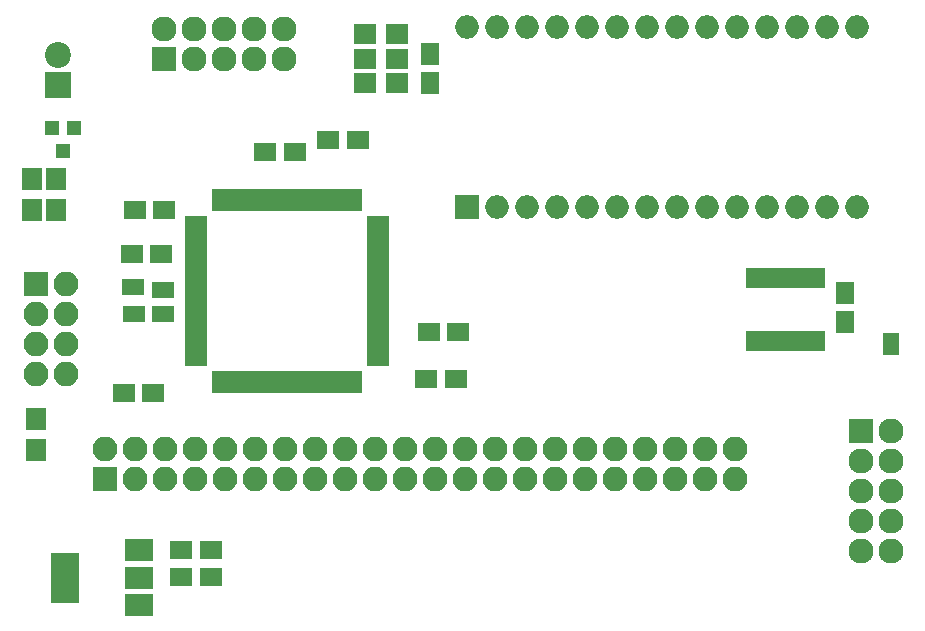
<source format=gbr>
G04 #@! TF.GenerationSoftware,KiCad,Pcbnew,5.1.5-52549c5~86~ubuntu19.10.1*
G04 #@! TF.CreationDate,2020-05-08T07:49:48-07:00*
G04 #@! TF.ProjectId,tipi,74697069-2e6b-4696-9361-645f70636258,2*
G04 #@! TF.SameCoordinates,Original*
G04 #@! TF.FileFunction,Soldermask,Top*
G04 #@! TF.FilePolarity,Negative*
%FSLAX46Y46*%
G04 Gerber Fmt 4.6, Leading zero omitted, Abs format (unit mm)*
G04 Created by KiCad (PCBNEW 5.1.5-52549c5~86~ubuntu19.10.1) date 2020-05-08 07:49:48*
%MOMM*%
%LPD*%
G04 APERTURE LIST*
%ADD10R,1.900000X0.700000*%
%ADD11R,0.700000X1.900000*%
%ADD12R,2.000000X2.000000*%
%ADD13O,2.000000X2.000000*%
%ADD14R,1.900000X1.650000*%
%ADD15R,2.127200X2.127200*%
%ADD16O,2.127200X2.127200*%
%ADD17R,2.200000X2.200000*%
%ADD18C,2.200000*%
%ADD19R,2.100000X2.100000*%
%ADD20O,2.100000X2.100000*%
%ADD21R,1.200000X1.300000*%
%ADD22R,1.700000X1.900000*%
%ADD23R,0.806400X1.670000*%
%ADD24R,1.900000X1.700000*%
%ADD25R,1.650000X1.900000*%
%ADD26R,1.400000X1.900000*%
%ADD27R,1.900000X1.400000*%
%ADD28R,2.400000X4.200000*%
%ADD29R,2.400000X1.900000*%
G04 APERTURE END LIST*
D10*
X67597000Y-131064000D03*
X67597000Y-130564000D03*
X67597000Y-130064000D03*
X67597000Y-129564000D03*
X67597000Y-129064000D03*
X67597000Y-128564000D03*
X67597000Y-128064000D03*
X67597000Y-127564000D03*
X67597000Y-127064000D03*
X67597000Y-126564000D03*
X67597000Y-126064000D03*
X67597000Y-125564000D03*
X67597000Y-125064000D03*
X67597000Y-124564000D03*
X67597000Y-124064000D03*
X67597000Y-123564000D03*
X67597000Y-123064000D03*
X67597000Y-122564000D03*
X67597000Y-122064000D03*
X67597000Y-121564000D03*
X67597000Y-121064000D03*
X67597000Y-120564000D03*
X67597000Y-120064000D03*
X67597000Y-119564000D03*
X67597000Y-119064000D03*
D11*
X65897000Y-117364000D03*
X65397000Y-117364000D03*
X64897000Y-117364000D03*
X64397000Y-117364000D03*
X63897000Y-117364000D03*
X63397000Y-117364000D03*
X62897000Y-117364000D03*
X62397000Y-117364000D03*
X61897000Y-117364000D03*
X61397000Y-117364000D03*
X60897000Y-117364000D03*
X60397000Y-117364000D03*
X59897000Y-117364000D03*
X59397000Y-117364000D03*
X58897000Y-117364000D03*
X58397000Y-117364000D03*
X57897000Y-117364000D03*
X57397000Y-117364000D03*
X56897000Y-117364000D03*
X56397000Y-117364000D03*
X55897000Y-117364000D03*
X55397000Y-117364000D03*
X54897000Y-117364000D03*
X54397000Y-117364000D03*
X53897000Y-117364000D03*
D10*
X52197000Y-119064000D03*
X52197000Y-119564000D03*
X52197000Y-120064000D03*
X52197000Y-120564000D03*
X52197000Y-121064000D03*
X52197000Y-121564000D03*
X52197000Y-122064000D03*
X52197000Y-122564000D03*
X52197000Y-123064000D03*
X52197000Y-123564000D03*
X52197000Y-124064000D03*
X52197000Y-124564000D03*
X52197000Y-125064000D03*
X52197000Y-125564000D03*
X52197000Y-126064000D03*
X52197000Y-126564000D03*
X52197000Y-127064000D03*
X52197000Y-127564000D03*
X52197000Y-128064000D03*
X52197000Y-128564000D03*
X52197000Y-129064000D03*
X52197000Y-129564000D03*
X52197000Y-130064000D03*
X52197000Y-130564000D03*
X52197000Y-131064000D03*
D11*
X53897000Y-132764000D03*
X54397000Y-132764000D03*
X54897000Y-132764000D03*
X55397000Y-132764000D03*
X55897000Y-132764000D03*
X56397000Y-132764000D03*
X56897000Y-132764000D03*
X57397000Y-132764000D03*
X57897000Y-132764000D03*
X58397000Y-132764000D03*
X58897000Y-132764000D03*
X59397000Y-132764000D03*
X59897000Y-132764000D03*
X60397000Y-132764000D03*
X60897000Y-132764000D03*
X61397000Y-132764000D03*
X61897000Y-132764000D03*
X62397000Y-132764000D03*
X62897000Y-132764000D03*
X63397000Y-132764000D03*
X63897000Y-132764000D03*
X64397000Y-132764000D03*
X64897000Y-132764000D03*
X65397000Y-132764000D03*
X65897000Y-132764000D03*
D12*
X75120500Y-117983000D03*
D13*
X108140500Y-102743000D03*
X77660500Y-117983000D03*
X105600500Y-102743000D03*
X80200500Y-117983000D03*
X103060500Y-102743000D03*
X82740500Y-117983000D03*
X100520500Y-102743000D03*
X85280500Y-117983000D03*
X97980500Y-102743000D03*
X87820500Y-117983000D03*
X95440500Y-102743000D03*
X90360500Y-117983000D03*
X92900500Y-102743000D03*
X92900500Y-117983000D03*
X90360500Y-102743000D03*
X95440500Y-117983000D03*
X87820500Y-102743000D03*
X97980500Y-117983000D03*
X85280500Y-102743000D03*
X100520500Y-117983000D03*
X82740500Y-102743000D03*
X103060500Y-117983000D03*
X80200500Y-102743000D03*
X105600500Y-117983000D03*
X77660500Y-102743000D03*
X108140500Y-117983000D03*
X75120500Y-102743000D03*
D14*
X49212500Y-121920000D03*
X46712500Y-121920000D03*
X46057500Y-133687500D03*
X48557500Y-133687500D03*
D15*
X49466500Y-105473500D03*
D16*
X49466500Y-102933500D03*
X52006500Y-105473500D03*
X52006500Y-102933500D03*
X54546500Y-105473500D03*
X54546500Y-102933500D03*
X57086500Y-105473500D03*
X57086500Y-102933500D03*
X59626500Y-105473500D03*
X59626500Y-102933500D03*
D17*
X40449500Y-107632500D03*
D18*
X40449500Y-105092500D03*
D19*
X44450000Y-140970000D03*
D20*
X44450000Y-138430000D03*
X46990000Y-140970000D03*
X46990000Y-138430000D03*
X49530000Y-140970000D03*
X49530000Y-138430000D03*
X52070000Y-140970000D03*
X52070000Y-138430000D03*
X54610000Y-140970000D03*
X54610000Y-138430000D03*
X57150000Y-140970000D03*
X57150000Y-138430000D03*
X59690000Y-140970000D03*
X59690000Y-138430000D03*
X62230000Y-140970000D03*
X62230000Y-138430000D03*
X64770000Y-140970000D03*
X64770000Y-138430000D03*
X67310000Y-140970000D03*
X67310000Y-138430000D03*
X69850000Y-140970000D03*
X69850000Y-138430000D03*
X72390000Y-140970000D03*
X72390000Y-138430000D03*
X74930000Y-140970000D03*
X74930000Y-138430000D03*
X77470000Y-140970000D03*
X77470000Y-138430000D03*
X80010000Y-140970000D03*
X80010000Y-138430000D03*
X82550000Y-140970000D03*
X82550000Y-138430000D03*
X85090000Y-140970000D03*
X85090000Y-138430000D03*
X87630000Y-140970000D03*
X87630000Y-138430000D03*
X90170000Y-140970000D03*
X90170000Y-138430000D03*
X92710000Y-140970000D03*
X92710000Y-138430000D03*
X95250000Y-140970000D03*
X95250000Y-138430000D03*
X97790000Y-140970000D03*
X97790000Y-138430000D03*
D15*
X108458000Y-136969500D03*
D16*
X110998000Y-136969500D03*
X108458000Y-139509500D03*
X110998000Y-139509500D03*
X108458000Y-142049500D03*
X110998000Y-142049500D03*
X108458000Y-144589500D03*
X110998000Y-144589500D03*
X108458000Y-147129500D03*
X110998000Y-147129500D03*
D19*
X38608000Y-124523500D03*
D20*
X41148000Y-124523500D03*
X38608000Y-127063500D03*
X41148000Y-127063500D03*
X38608000Y-129603500D03*
X41148000Y-129603500D03*
X38608000Y-132143500D03*
X41148000Y-132143500D03*
D21*
X41844000Y-111268000D03*
X39944000Y-111268000D03*
X40894000Y-113268000D03*
D22*
X40322500Y-115570000D03*
X40322500Y-118270000D03*
X38290500Y-118270000D03*
X38290500Y-115570000D03*
D23*
X105016300Y-124015500D03*
X104381300Y-124015500D03*
X103720900Y-124015500D03*
X103060500Y-124015500D03*
X102425500Y-124015500D03*
X101765100Y-124015500D03*
X101104700Y-124015500D03*
X100469700Y-124015500D03*
X99809300Y-124015500D03*
X99174300Y-124015500D03*
X99174300Y-129349500D03*
X99809300Y-129349500D03*
X100469700Y-129349500D03*
X101104700Y-129349500D03*
X101765100Y-129349500D03*
X102425500Y-129349500D03*
X103060500Y-129349500D03*
X103720900Y-129349500D03*
X104381300Y-129349500D03*
X105016300Y-129349500D03*
D14*
X49466500Y-118237000D03*
X46966500Y-118237000D03*
D24*
X66484500Y-107505500D03*
X69184500Y-107505500D03*
X66484500Y-105410000D03*
X69184500Y-105410000D03*
X66515000Y-103314500D03*
X69215000Y-103314500D03*
D14*
X50927000Y-147002500D03*
X53427000Y-147002500D03*
X50903500Y-149288500D03*
X53403500Y-149288500D03*
X71858500Y-128524000D03*
X74358500Y-128524000D03*
X65873000Y-112331500D03*
X63373000Y-112331500D03*
X60539000Y-113347500D03*
X58039000Y-113347500D03*
X71668000Y-132524500D03*
X74168000Y-132524500D03*
D25*
X107124500Y-125222000D03*
X107124500Y-127722000D03*
X72009000Y-107505500D03*
X72009000Y-105005500D03*
D26*
X110998000Y-129603500D03*
D27*
X46926500Y-127000000D03*
X49403000Y-127000000D03*
X46863000Y-124777500D03*
X49403000Y-125031500D03*
D22*
X38608000Y-135890000D03*
X38608000Y-138590000D03*
D28*
X41046000Y-149352000D03*
D29*
X47346000Y-149352000D03*
X47346000Y-147052000D03*
X47346000Y-151652000D03*
M02*

</source>
